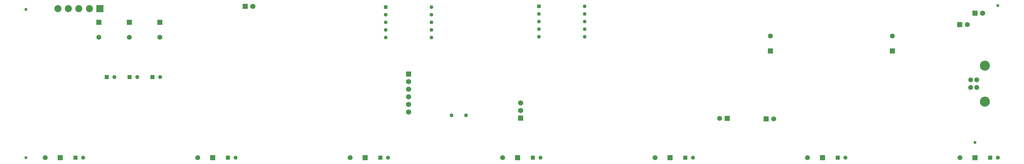
<source format=gbr>
G04 DipTrace 2.4.0.1*
%INBottomMask.gbr*%
%MOIN*%
%ADD52C,0.0394*%
%ADD62C,0.05*%
%ADD76C,0.0926*%
%ADD80R,0.0926X0.0926*%
%ADD82C,0.0689*%
%ADD86R,0.0689X0.0689*%
%ADD90C,0.1319*%
%ADD92C,0.065*%
%ADD96C,0.0492*%
%ADD99R,0.0492X0.0492*%
%ADD101R,0.052X0.052*%
%ADD103C,0.052*%
%ADD110C,0.065*%
%ADD111R,0.065X0.065*%
%FSLAX44Y44*%
G04*
G70*
G90*
G75*
G01*
%LNBotMask*%
%LPD*%
D111*
X102540Y10540D3*
D110*
X103540D3*
D111*
X97440Y10594D3*
D110*
X96440D3*
D103*
X23040Y16040D3*
D101*
X22040D3*
D103*
X20040D3*
D101*
X19040D3*
D103*
X17040D3*
D101*
X16040D3*
D103*
X132940Y5440D3*
D101*
X131940D3*
D103*
X112940D3*
D101*
X111940D3*
D103*
X92940D3*
D101*
X91940D3*
D103*
X72940D3*
D101*
X71940D3*
D103*
X52940D3*
D101*
X51940D3*
D103*
X32940D3*
D101*
X31940D3*
D103*
X12940D3*
D101*
X11940D3*
D99*
X52640Y25240D3*
D96*
Y24240D3*
Y23240D3*
Y22240D3*
Y21240D3*
X58640D3*
Y22240D3*
Y23240D3*
Y24240D3*
Y25240D3*
D99*
X72740Y25340D3*
D96*
Y24340D3*
Y23340D3*
Y22340D3*
Y21340D3*
X78740D3*
Y22340D3*
Y23340D3*
Y24340D3*
Y25340D3*
G36*
X129693Y15791D2*
Y15542D1*
X129517Y15366D1*
X129268D1*
X129091Y15542D1*
Y15791D1*
X129268Y15968D1*
X129517D1*
X129693Y15791D1*
G37*
D92*
X129392Y14682D3*
X130180D3*
Y15667D3*
D90*
X131247Y12804D3*
Y17545D3*
D86*
X55640Y16440D3*
D82*
Y15440D3*
Y14440D3*
Y13440D3*
Y12440D3*
Y11440D3*
D86*
X129940Y24440D3*
D82*
X130940D3*
D86*
X70340Y10640D3*
D82*
Y11640D3*
Y12640D3*
D86*
X34210Y25320D3*
D82*
X35210D3*
D80*
X15140Y25040D3*
D76*
X13762D3*
X12384D3*
X11006D3*
X9628D3*
D111*
X9940Y5440D3*
D92*
X7971D3*
D111*
X29940D3*
D92*
X27971D3*
D111*
X49940D3*
D92*
X47971D3*
D111*
X69940D3*
D92*
X67971D3*
D111*
X89940D3*
D92*
X87971D3*
D111*
X109940D3*
D92*
X107971D3*
D111*
X129940D3*
D92*
X127971D3*
D111*
X103124Y19456D3*
D92*
Y21424D3*
D111*
X15024Y23224D3*
D92*
Y21256D3*
D111*
X19024Y23224D3*
D92*
Y21256D3*
D111*
X23024Y23224D3*
D92*
Y21256D3*
D111*
X119124Y19456D3*
D92*
Y21424D3*
D62*
X61290Y10990D3*
X63190D3*
D52*
X5440Y24940D3*
Y5440D3*
X132940Y25440D3*
D111*
X127940Y22940D3*
D110*
X128940D3*
D52*
X129940Y7440D3*
M02*

</source>
